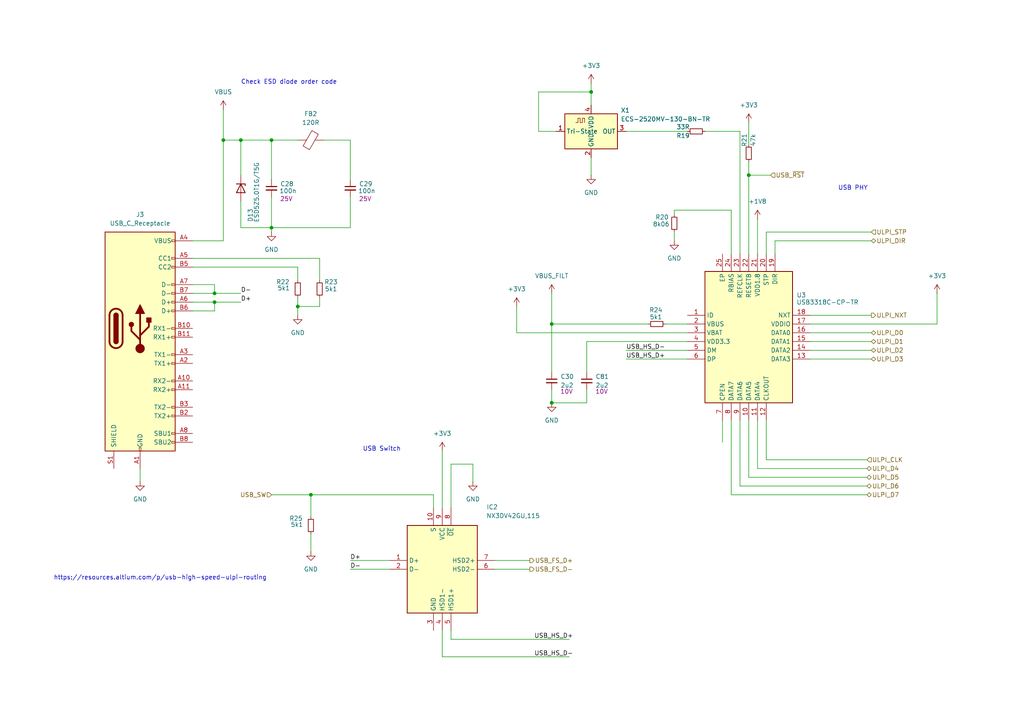
<source format=kicad_sch>
(kicad_sch (version 20231120) (generator "eeschema") (generator_version "8.0")
  (paper "A4")
  (lib_symbols
    (symbol "Chase_Analog_SW:NX3DV42GU,115"
      (property "Reference" "IC" (at 26.67 15.24 0))
      (property "Value" "NX3DV42GU,115" (at 26.67 12.7 0))
      (symbol "NX3DV42GU,115_1_1"
        (rectangle (start 5.08 10.16) (end 25.4 -15.24) (stroke (width 0.254)) (fill (type background)))
        (pin passive line (at 0 0 0) (length 5.08) (name "D+") (number "1"))
        (pin passive line (at 12.7 15.24 270) (length 5.08) (name "S") (number "10"))
        (pin passive line (at 0 -2.54 0) (length 5.08) (name "D-") (number "2"))
        (pin passive line (at 12.7 -20.32 90) (length 5.08) (name "GND") (number "3"))
        (pin passive line (at 15.24 -20.32 90) (length 5.08) (name "HSD1-") (number "4"))
        (pin passive line (at 17.78 -20.32 90) (length 5.08) (name "HSD1+") (number "5"))
        (pin passive line (at 30.48 -2.54 180) (length 5.08) (name "HSD2-") (number "6"))
        (pin passive line (at 30.48 0 180) (length 5.08) (name "HSD2+") (number "7"))
        (pin passive line (at 17.78 15.24 270) (length 5.08) (name "~{OE}") (number "8"))
        (pin passive line (at 15.24 15.24 270) (length 5.08) (name "VCC") (number "9"))
      )
    )
    (symbol "Chase_USB:USB3318C-CP-TR"
      (property "Reference" "U" (at 31.75 17.78 0))
      (property "Value" "USB3318C-CP-TR" (at 31.75 15.24 0))
      (symbol "USB3318C-CP-TR_1_1"
        (rectangle (start 5.08 12.7) (end 30.48 -25.4) (stroke (width 0.254)) (fill (type background)))
        (pin passive line (at 0 0 0) (length 5.08) (name "ID") (number "1"))
        (pin passive line (at 17.78 -30.48 90) (length 5.08) (name "DATA5") (number "10"))
        (pin passive line (at 20.32 -30.48 90) (length 5.08) (name "DATA4") (number "11"))
        (pin passive line (at 22.86 -30.48 90) (length 5.08) (name "CLKOUT") (number "12"))
        (pin passive line (at 35.56 -12.7 180) (length 5.08) (name "DATA3") (number "13"))
        (pin passive line (at 35.56 -10.16 180) (length 5.08) (name "DATA2") (number "14"))
        (pin passive line (at 35.56 -7.62 180) (length 5.08) (name "DATA1") (number "15"))
        (pin passive line (at 35.56 -5.08 180) (length 5.08) (name "DATA0") (number "16"))
        (pin passive line (at 35.56 -2.54 180) (length 5.08) (name "VDDIO") (number "17"))
        (pin passive line (at 35.56 0 180) (length 5.08) (name "NXT") (number "18"))
        (pin passive line (at 25.4 17.78 270) (length 5.08) (name "DIR") (number "19"))
        (pin passive line (at 0 -2.54 0) (length 5.08) (name "VBUS") (number "2"))
        (pin passive line (at 22.86 17.78 270) (length 5.08) (name "STP") (number "20"))
        (pin passive line (at 20.32 17.78 270) (length 5.08) (name "VDD1.8") (number "21"))
        (pin passive line (at 17.78 17.78 270) (length 5.08) (name "RESETB") (number "22"))
        (pin passive line (at 15.24 17.78 270) (length 5.08) (name "REFCLK") (number "23"))
        (pin passive line (at 12.7 17.78 270) (length 5.08) (name "RBIAS") (number "24"))
        (pin passive line (at 10.16 17.78 270) (length 5.08) (name "EP") (number "25"))
        (pin passive line (at 0 -5.08 0) (length 5.08) (name "VBAT") (number "3"))
        (pin passive line (at 0 -7.62 0) (length 5.08) (name "VDD3.3") (number "4"))
        (pin passive line (at 0 -10.16 0) (length 5.08) (name "DM") (number "5"))
        (pin passive line (at 0 -12.7 0) (length 5.08) (name "DP") (number "6"))
        (pin passive line (at 10.16 -30.48 90) (length 5.08) (name "CPEN") (number "7"))
        (pin passive line (at 12.7 -30.48 90) (length 5.08) (name "DATA7") (number "8"))
        (pin passive line (at 15.24 -30.48 90) (length 5.08) (name "DATA6") (number "9"))
      )
    )
    (symbol "Connector:USB_C_Receptacle" (pin_names (offset 1.016))
      (property "Reference" "J" (at -10.16 29.21 0))
      (property "Value" "USB_C_Receptacle" (at 10.16 29.21 0))
      (symbol "USB_C_Receptacle_0_0"
        (rectangle (start -0.254 -35.56) (end 0.254 -34.544))
        (rectangle (start 10.16 -32.766) (end 9.144 -33.274))
        (rectangle (start 10.16 -30.226) (end 9.144 -30.734))
        (rectangle (start 10.16 -25.146) (end 9.144 -25.654))
        (rectangle (start 10.16 -22.606) (end 9.144 -23.114))
        (rectangle (start 10.16 -17.526) (end 9.144 -18.034))
        (rectangle (start 10.16 -14.986) (end 9.144 -15.494))
        (rectangle (start 10.16 -9.906) (end 9.144 -10.414))
        (rectangle (start 10.16 -7.366) (end 9.144 -7.874))
        (rectangle (start 10.16 -2.286) (end 9.144 -2.794))
        (rectangle (start 10.16 0.254) (end 9.144 -0.254))
        (rectangle (start 10.16 5.334) (end 9.144 4.826))
        (rectangle (start 10.16 7.874) (end 9.144 7.366))
        (rectangle (start 10.16 10.414) (end 9.144 9.906))
        (rectangle (start 10.16 12.954) (end 9.144 12.446))
        (rectangle (start 10.16 18.034) (end 9.144 17.526))
        (rectangle (start 10.16 20.574) (end 9.144 20.066))
        (rectangle (start 10.16 25.654) (end 9.144 25.146))
      )
      (symbol "USB_C_Receptacle_0_1"
        (rectangle (start -10.16 27.94) (end 10.16 -35.56) (stroke (width 0.254)) (fill (type background)))
        (arc (start -8.89 -3.81) (mid -6.985 -5.7067) (end -5.08 -3.81) (stroke (width 0.508)))
        (arc (start -7.62 -3.81) (mid -6.985 -4.4423) (end -6.35 -3.81) (stroke (width 0.254)))
        (arc (start -7.62 -3.81) (mid -6.985 -4.4423) (end -6.35 -3.81) (stroke (width 0.254)) (fill (type outline)))
        (rectangle (start -7.62 -3.81) (end -6.35 3.81) (stroke (width 0.254)) (fill (type outline)))
        (arc (start -6.35 3.81) (mid -6.985 4.4423) (end -7.62 3.81) (stroke (width 0.254)))
        (arc (start -6.35 3.81) (mid -6.985 4.4423) (end -7.62 3.81) (stroke (width 0.254)) (fill (type outline)))
        (arc (start -5.08 3.81) (mid -6.985 5.7067) (end -8.89 3.81) (stroke (width 0.508)))
        (polyline (pts (xy -8.89 -3.81) (xy -8.89 3.81)) (stroke (width 0.508)))
        (polyline (pts (xy -5.08 3.81) (xy -5.08 -3.81)) (stroke (width 0.508)))
      )
      (symbol "USB_C_Receptacle_1_1"
        (circle (center -2.54 1.143) (radius 0.635) (stroke (width 0.254)) (fill (type outline)))
        (circle (center 0 -5.842) (radius 1.27) (fill (type outline)))
        (polyline (pts (xy 0 -5.842) (xy 0 4.318)) (stroke (width 0.508)))
        (polyline (pts (xy 0 -3.302) (xy -2.54 -0.762) (xy -2.54 0.508)) (stroke (width 0.508)))
        (polyline (pts (xy 0 -2.032) (xy 2.54 0.508) (xy 2.54 1.778)) (stroke (width 0.508)))
        (polyline (pts (xy -1.27 4.318) (xy 0 6.858) (xy 1.27 4.318) (xy -1.27 4.318)) (stroke (width 0.254)) (fill (type outline)))
        (rectangle (start 1.905 1.778) (end 3.175 3.048) (stroke (width 0.254)) (fill (type outline)))
        (pin passive line (at 0 -40.64 90) (length 5.08) (name "GND") (number "A1"))
        (pin bidirectional line (at 15.24 -15.24 180) (length 5.08) (name "RX2-") (number "A10"))
        (pin bidirectional line (at 15.24 -17.78 180) (length 5.08) (name "RX2+") (number "A11"))
        (pin passive line (at 0 -40.64 90) (length 5.08) hide (name "GND") (number "A12"))
        (pin bidirectional line (at 15.24 -10.16 180) (length 5.08) (name "TX1+") (number "A2"))
        (pin bidirectional line (at 15.24 -7.62 180) (length 5.08) (name "TX1-") (number "A3"))
        (pin passive line (at 15.24 25.4 180) (length 5.08) (name "VBUS") (number "A4"))
        (pin bidirectional line (at 15.24 20.32 180) (length 5.08) (name "CC1") (number "A5"))
        (pin bidirectional line (at 15.24 7.62 180) (length 5.08) (name "D+") (number "A6"))
        (pin bidirectional line (at 15.24 12.7 180) (length 5.08) (name "D-") (number "A7"))
        (pin bidirectional line (at 15.24 -30.48 180) (length 5.08) (name "SBU1") (number "A8"))
        (pin passive line (at 15.24 25.4 180) (length 5.08) hide (name "VBUS") (number "A9"))
        (pin passive line (at 0 -40.64 90) (length 5.08) hide (name "GND") (number "B1"))
        (pin bidirectional line (at 15.24 0 180) (length 5.08) (name "RX1-") (number "B10"))
        (pin bidirectional line (at 15.24 -2.54 180) (length 5.08) (name "RX1+") (number "B11"))
        (pin passive line (at 0 -40.64 90) (length 5.08) hide (name "GND") (number "B12"))
        (pin bidirectional line (at 15.24 -25.4 180) (length 5.08) (name "TX2+") (number "B2"))
        (pin bidirectional line (at 15.24 -22.86 180) (length 5.08) (name "TX2-") (number "B3"))
        (pin passive line (at 15.24 25.4 180) (length 5.08) hide (name "VBUS") (number "B4"))
        (pin bidirectional line (at 15.24 17.78 180) (length 5.08) (name "CC2") (number "B5"))
        (pin bidirectional line (at 15.24 5.08 180) (length 5.08) (name "D+") (number "B6"))
        (pin bidirectional line (at 15.24 10.16 180) (length 5.08) (name "D-") (number "B7"))
        (pin bidirectional line (at 15.24 -33.02 180) (length 5.08) (name "SBU2") (number "B8"))
        (pin passive line (at 15.24 25.4 180) (length 5.08) hide (name "VBUS") (number "B9"))
        (pin passive line (at -7.62 -40.64 90) (length 5.08) (name "SHIELD") (number "S1"))
      )
    )
    (symbol "Device:C_Small" (pin_numbers hide) (pin_names (offset 0.254) hide)
      (property "Reference" "C" (at 0.254 1.778 0))
      (property "Value" "C_Small" (at 0.254 -2.032 0))
      (symbol "C_Small_0_1"
        (polyline (pts (xy -1.524 -0.508) (xy 1.524 -0.508)) (stroke (width 0.3302)))
        (polyline (pts (xy -1.524 0.508) (xy 1.524 0.508)) (stroke (width 0.3048)))
      )
      (symbol "C_Small_1_1"
        (pin passive line (at 0 2.54 270) (length 2.032) (name "~") (number "1"))
        (pin passive line (at 0 -2.54 90) (length 2.032) (name "~") (number "2"))
      )
    )
    (symbol "Device:FerriteBead" (pin_numbers hide) (pin_names (offset 0))
      (property "Reference" "FB" (at -3.81 0.635 90))
      (property "Value" "FerriteBead" (at 3.81 0 90))
      (symbol "FerriteBead_0_1"
        (polyline (pts (xy 0 -1.27) (xy 0 -1.2192)))
        (polyline (pts (xy 0 1.27) (xy 0 1.2954)))
        (polyline (pts (xy -2.7686 0.4064) (xy -1.7018 2.2606) (xy 2.7686 -0.3048) (xy 1.6764 -2.159) (xy -2.7686 0.4064)))
      )
      (symbol "FerriteBead_1_1"
        (pin passive line (at 0 3.81 270) (length 2.54) (name "~") (number "1"))
        (pin passive line (at 0 -3.81 90) (length 2.54) (name "~") (number "2"))
      )
    )
    (symbol "Device:R_Small" (pin_numbers hide) (pin_names (offset 0.254) hide)
      (property "Reference" "R" (at 0.762 0.508 0))
      (property "Value" "R_Small" (at 0.762 -1.016 0))
      (symbol "R_Small_0_1"
        (rectangle (start -0.762 1.778) (end 0.762 -1.778) (stroke (width 0.2032)))
      )
      (symbol "R_Small_1_1"
        (pin passive line (at 0 2.54 270) (length 0.762) (name "~") (number "1"))
        (pin passive line (at 0 -2.54 90) (length 0.762) (name "~") (number "2"))
      )
    )
    (symbol "Diode:ESD5Zxx" (pin_numbers hide) (pin_names hide)
      (property "Reference" "D" (at 0 2.54 0))
      (property "Value" "ESD5Zxx" (at 0 -2.54 0))
      (symbol "ESD5Zxx_0_1"
        (polyline (pts (xy 1.27 0) (xy -1.27 0)))
        (polyline (pts (xy -1.27 -1.27) (xy -1.27 1.27) (xy -0.762 1.27)) (stroke (width 0.254)))
        (polyline (pts (xy 1.27 -1.27) (xy 1.27 1.27) (xy -1.27 0) (xy 1.27 -1.27)) (stroke (width 0.254)))
      )
      (symbol "ESD5Zxx_1_1"
        (pin passive line (at -3.81 0 0) (length 2.54) (name "K") (number "1"))
        (pin passive line (at 3.81 0 180) (length 2.54) (name "A") (number "2"))
      )
    )
    (symbol "Oscillator:ECS-2520MV-xxx-xx"
      (property "Reference" "X" (at -5.08 6.35 0))
      (property "Value" "ECS-2520MV-xxx-xx" (at 1.27 -6.35 0))
      (symbol "ECS-2520MV-xxx-xx_0_1"
        (rectangle (start -7.62 5.08) (end 7.62 -5.08) (stroke (width 0.254)) (fill (type background)))
        (polyline (pts (xy -4.445 2.54) (xy -3.81 2.54) (xy -3.81 3.81) (xy -3.175 3.81) (xy -3.175 2.54) (xy -2.54 2.54) (xy -2.54 3.81) (xy -1.905 3.81) (xy -1.905 2.54)))
      )
      (symbol "ECS-2520MV-xxx-xx_1_1"
        (pin input line (at -10.16 0 0) (length 2.54) (name "Tri-State") (number "1"))
        (pin power_in line (at 0 -7.62 90) (length 2.54) (name "GND") (number "2"))
        (pin output line (at 10.16 0 180) (length 2.54) (name "OUT") (number "3"))
        (pin power_in line (at 0 7.62 270) (length 2.54) (name "VDD") (number "4"))
      )
    )
    (symbol "power:+1V8" (power) (pin_numbers hide) (pin_names (offset 0) hide)
      (property "Value" "+1V8" (at 0 3.556 0))
      (symbol "+1V8_0_1"
        (polyline (pts (xy -0.762 1.27) (xy 0 2.54)))
        (polyline (pts (xy 0 0) (xy 0 2.54)))
        (polyline (pts (xy 0 2.54) (xy 0.762 1.27)))
      )
      (symbol "+1V8_1_1"
        (pin power_in line (at 0 0 90) (length 0) (name "~") (number "1"))
      )
    )
    (symbol "power:+3V3" (power) (pin_numbers hide) (pin_names (offset 0) hide)
      (property "Value" "+3V3" (at 0 3.556 0))
      (symbol "+3V3_0_1"
        (polyline (pts (xy -0.762 1.27) (xy 0 2.54)))
        (polyline (pts (xy 0 0) (xy 0 2.54)))
        (polyline (pts (xy 0 2.54) (xy 0.762 1.27)))
      )
      (symbol "+3V3_1_1"
        (pin power_in line (at 0 0 90) (length 0) (name "~") (number "1"))
      )
    )
    (symbol "power:GND" (power) (pin_numbers hide) (pin_names (offset 0) hide)
      (property "Value" "GND" (at 0 -3.81 0))
      (symbol "GND_0_1"
        (polyline (pts (xy 0 0) (xy 0 -1.27) (xy 1.27 -1.27) (xy 0 -2.54) (xy -1.27 -1.27) (xy 0 -1.27)))
      )
      (symbol "GND_1_1"
        (pin power_in line (at 0 0 270) (length 0) (name "~") (number "1"))
      )
    )
    (symbol "power:VBUS" (power) (pin_numbers hide) (pin_names (offset 0) hide)
      (property "Value" "VBUS" (at 0 3.556 0))
      (symbol "VBUS_0_1"
        (polyline (pts (xy -0.762 1.27) (xy 0 2.54)))
        (polyline (pts (xy 0 0) (xy 0 2.54)))
        (polyline (pts (xy 0 2.54) (xy 0.762 1.27)))
      )
      (symbol "VBUS_1_1"
        (pin power_in line (at 0 0 90) (length 0) (name "~") (number "1"))
      )
    )
  )
  (junction (at 160.02 116.84))
  (junction (at 62.23 85.09))
  (junction (at 86.36 88.9))
  (junction (at 78.74 66.04))
  (junction (at 62.23 87.63))
  (junction (at 217.17 50.8))
  (junction (at 171.45 26.67))
  (junction (at 69.85 40.64))
  (junction (at 78.74 40.64))
  (junction (at 90.17 143.51))
  (junction (at 160.02 93.98))
  (junction (at 64.77 40.64))
  (wire (pts (xy 156.21 26.67) (xy 171.45 26.67)))
  (wire (pts (xy 69.85 40.64) (xy 78.74 40.64)))
  (wire (pts (xy 171.45 45.72) (xy 171.45 50.8)))
  (wire (pts (xy 62.23 87.63) (xy 69.85 87.63)))
  (wire (pts (xy 93.98 40.64) (xy 101.6 40.64)))
  (wire (pts (xy 212.09 73.66) (xy 212.09 60.96)))
  (wire (pts (xy 171.45 26.67) (xy 171.45 30.48)))
  (wire (pts (xy 171.45 24.13) (xy 171.45 26.67)))
  (wire (pts (xy 92.71 86.36) (xy 92.71 88.9)))
  (wire (pts (xy 217.17 138.43) (xy 251.46 138.43)))
  (wire (pts (xy 214.63 73.66) (xy 214.63 38.1)))
  (wire (pts (xy 271.78 93.98) (xy 271.78 85.09)))
  (wire (pts (xy 62.23 82.55) (xy 62.23 85.09)))
  (wire (pts (xy 199.39 99.06) (xy 170.18 99.06)))
  (wire (pts (xy 199.39 38.1) (xy 181.61 38.1)))
  (wire (pts (xy 128.27 190.5) (xy 165.1 190.5)))
  (wire (pts (xy 195.58 67.31) (xy 195.58 69.85)))
  (wire (pts (xy 69.85 66.04) (xy 78.74 66.04)))
  (wire (pts (xy 217.17 121.92) (xy 217.17 138.43)))
  (wire (pts (xy 78.74 66.04) (xy 78.74 67.31)))
  (wire (pts (xy 69.85 58.42) (xy 69.85 66.04)))
  (wire (pts (xy 128.27 130.81) (xy 128.27 147.32)))
  (wire (pts (xy 130.81 147.32) (xy 130.81 134.62)))
  (wire (pts (xy 86.36 40.64) (xy 78.74 40.64)))
  (wire (pts (xy 90.17 143.51) (xy 125.73 143.51)))
  (wire (pts (xy 160.02 93.98) (xy 187.96 93.98)))
  (wire (pts (xy 90.17 154.94) (xy 90.17 160.02)))
  (wire (pts (xy 170.18 116.84) (xy 160.02 116.84)))
  (wire (pts (xy 170.18 113.03) (xy 170.18 116.84)))
  (wire (pts (xy 170.18 99.06) (xy 170.18 107.95)))
  (wire (pts (xy 209.55 121.92) (xy 209.55 128.27)))
  (wire (pts (xy 90.17 143.51) (xy 90.17 149.86)))
  (wire (pts (xy 217.17 35.56) (xy 217.17 41.91)))
  (wire (pts (xy 224.79 69.85) (xy 252.73 69.85)))
  (wire (pts (xy 219.71 63.5) (xy 219.71 73.66)))
  (wire (pts (xy 217.17 46.99) (xy 217.17 50.8)))
  (wire (pts (xy 69.85 40.64) (xy 69.85 50.8)))
  (wire (pts (xy 217.17 50.8) (xy 223.52 50.8)))
  (wire (pts (xy 64.77 31.75) (xy 64.77 40.64)))
  (wire (pts (xy 195.58 60.96) (xy 195.58 62.23)))
  (wire (pts (xy 222.25 121.92) (xy 222.25 133.35)))
  (wire (pts (xy 143.51 165.1) (xy 153.67 165.1)))
  (wire (pts (xy 78.74 143.51) (xy 90.17 143.51)))
  (wire (pts (xy 130.81 182.88) (xy 130.81 185.42)))
  (wire (pts (xy 234.95 93.98) (xy 271.78 93.98)))
  (wire (pts (xy 101.6 162.56) (xy 113.03 162.56)))
  (wire (pts (xy 55.88 85.09) (xy 62.23 85.09)))
  (wire (pts (xy 234.95 101.6) (xy 252.73 101.6)))
  (wire (pts (xy 64.77 40.64) (xy 64.77 69.85)))
  (wire (pts (xy 101.6 40.64) (xy 101.6 52.07)))
  (wire (pts (xy 101.6 66.04) (xy 78.74 66.04)))
  (wire (pts (xy 217.17 50.8) (xy 217.17 73.66)))
  (wire (pts (xy 92.71 88.9) (xy 86.36 88.9)))
  (wire (pts (xy 40.64 135.89) (xy 40.64 139.7)))
  (wire (pts (xy 55.88 82.55) (xy 62.23 82.55)))
  (wire (pts (xy 78.74 40.64) (xy 78.74 52.07)))
  (wire (pts (xy 219.71 135.89) (xy 251.46 135.89)))
  (wire (pts (xy 214.63 140.97) (xy 251.46 140.97)))
  (wire (pts (xy 130.81 134.62) (xy 137.16 134.62)))
  (wire (pts (xy 212.09 60.96) (xy 195.58 60.96)))
  (wire (pts (xy 156.21 38.1) (xy 156.21 26.67)))
  (wire (pts (xy 214.63 121.92) (xy 214.63 140.97)))
  (wire (pts (xy 161.29 38.1) (xy 156.21 38.1)))
  (wire (pts (xy 143.51 162.56) (xy 153.67 162.56)))
  (wire (pts (xy 55.88 74.93) (xy 92.71 74.93)))
  (wire (pts (xy 214.63 38.1) (xy 204.47 38.1)))
  (wire (pts (xy 181.61 104.14) (xy 199.39 104.14)))
  (wire (pts (xy 222.25 133.35) (xy 251.46 133.35)))
  (wire (pts (xy 212.09 121.92) (xy 212.09 143.51)))
  (wire (pts (xy 101.6 57.15) (xy 101.6 66.04)))
  (wire (pts (xy 128.27 182.88) (xy 128.27 190.5)))
  (wire (pts (xy 125.73 147.32) (xy 125.73 143.51)))
  (wire (pts (xy 86.36 77.47) (xy 86.36 81.28)))
  (wire (pts (xy 62.23 87.63) (xy 62.23 90.17)))
  (wire (pts (xy 86.36 88.9) (xy 86.36 91.44)))
  (wire (pts (xy 92.71 74.93) (xy 92.71 81.28)))
  (wire (pts (xy 55.88 90.17) (xy 62.23 90.17)))
  (wire (pts (xy 64.77 40.64) (xy 69.85 40.64)))
  (wire (pts (xy 86.36 86.36) (xy 86.36 88.9)))
  (wire (pts (xy 130.81 185.42) (xy 165.1 185.42)))
  (wire (pts (xy 149.86 96.52) (xy 199.39 96.52)))
  (wire (pts (xy 234.95 99.06) (xy 252.73 99.06)))
  (wire (pts (xy 101.6 165.1) (xy 113.03 165.1)))
  (wire (pts (xy 224.79 73.66) (xy 224.79 69.85)))
  (wire (pts (xy 62.23 85.09) (xy 69.85 85.09)))
  (wire (pts (xy 149.86 96.52) (xy 149.86 88.9)))
  (wire (pts (xy 193.04 93.98) (xy 199.39 93.98)))
  (wire (pts (xy 222.25 67.31) (xy 252.73 67.31)))
  (wire (pts (xy 212.09 143.51) (xy 251.46 143.51)))
  (wire (pts (xy 137.16 134.62) (xy 137.16 139.7)))
  (wire (pts (xy 78.74 57.15) (xy 78.74 66.04)))
  (wire (pts (xy 64.77 69.85) (xy 55.88 69.85)))
  (wire (pts (xy 55.88 77.47) (xy 86.36 77.47)))
  (wire (pts (xy 234.95 104.14) (xy 252.73 104.14)))
  (wire (pts (xy 160.02 85.09) (xy 160.02 93.98)))
  (wire (pts (xy 160.02 107.95) (xy 160.02 93.98)))
  (wire (pts (xy 160.02 113.03) (xy 160.02 116.84)))
  (wire (pts (xy 222.25 73.66) (xy 222.25 67.31)))
  (wire (pts (xy 234.95 91.44) (xy 252.73 91.44)))
  (wire (pts (xy 181.61 101.6) (xy 199.39 101.6)))
  (wire (pts (xy 219.71 121.92) (xy 219.71 135.89)))
  (wire (pts (xy 55.88 87.63) (xy 62.23 87.63)))
  (wire (pts (xy 234.95 96.52) (xy 252.73 96.52)))
  (text "https://resources.altium.com/p/usb-high-speed-ulpi-routing" (at 46.482 167.64 0) (effects (font (size 1.27 1.27))))
  (text "Check ESD diode order code\n" (at 83.82 23.876 0) (effects (font (size 1.27 1.27))))
  (text "USB Switch" (at 110.744 130.302 0) (effects (font (size 1.27 1.27))))
  (text "USB PHY" (at 247.396 54.61 0) (effects (font (size 1.27 1.27))))
  (label "USB_HS_D+" (at 154.94 185.42 0))
  (label "D-" (at 69.85 85.09 0))
  (label "USB_HS_D-" (at 154.94 190.5 0))
  (label "USB_HS_D-" (at 181.61 101.6 0))
  (label "D-" (at 101.6 165.1 0))
  (label "D+" (at 69.85 87.63 0))
  (label "USB_HS_D+" (at 181.61 104.14 0))
  (label "D+" (at 101.6 162.56 0))
  (hierarchical_label "USB_SW" (shape input) (at 78.74 143.51 180))
  (hierarchical_label "USB_FS_D-" (shape output) (at 153.67 165.1 0))
  (hierarchical_label "ULPI_D1" (shape bidirectional) (at 252.73 99.06 0))
  (hierarchical_label "ULPI_D4" (shape bidirectional) (at 251.46 135.89 0))
  (hierarchical_label "ULPI_D5" (shape bidirectional) (at 251.46 138.43 0))
  (hierarchical_label "USB_~{RST}" (shape input) (at 223.52 50.8 0))
  (hierarchical_label "ULPI_D2" (shape bidirectional) (at 252.73 101.6 0))
  (hierarchical_label "ULPI_D0" (shape bidirectional) (at 252.73 96.52 0))
  (hierarchical_label "ULPI_D7" (shape bidirectional) (at 251.46 143.51 0))
  (hierarchical_label "ULPI_D3" (shape bidirectional) (at 252.73 104.14 0))
  (hierarchical_label "USB_FS_D+" (shape output) (at 153.67 162.56 0))
  (hierarchical_label "ULPI_CLK" (shape input) (at 251.46 133.35 0))
  (hierarchical_label "ULPI_NXT" (shape output) (at 252.73 91.44 0))
  (hierarchical_label "ULPI_D6" (shape bidirectional) (at 251.46 140.97 0))
  (hierarchical_label "ULPI_DIR" (shape bidirectional) (at 252.73 69.85 0))
  (hierarchical_label "ULPI_STP" (shape input) (at 252.73 67.31 0))
  (symbol (lib_id "Device:C_Small") (at 78.74 54.61 0) (unit 1)
    (property "Reference" "C28" (at 81.28 53.3462 0) (effects (justify left)))
    (property "Value" "100n" (at 81.026 55.372 0) (effects (justify left)))
    (property "Footprint" "Capacitor_SMD:C_0402_1005Metric" (effects (hide yes)))
    (property "Description" "Unpolarized capacitor, small symbol" (effects (hide yes)))
    (property "MPN" "MBAST105SB7104KFNA01" (effects (hide yes)))
    (property "MF" "TAIYO YUDEN " (effects (hide yes)))
    (property "OC_MOUSER" "963-BAST105SB7104KF" (effects (hide yes)))
    (property "Voltage" "25V" (at 83.058 57.658 0))
  )
  (symbol (lib_id "power:+3V3") (at 271.78 85.09 0) (unit 1)
    (property "Reference" "#PWR042" (effects (hide yes)))
    (property "Value" "+3V3" (at 271.78 80.01 0))
    (property "Description" "Power symbol creates a global label with name \"+3V3\"" (effects (hide yes)))
  )
  (symbol (lib_id "Diode:ESD5Zxx") (at 69.85 54.61 270) (unit 1)
    (property "Reference" "D13" (at 72.644 60.452 0) (effects (justify left)))
    (property "Value" "ESD5Z5.0T1G/T5G" (at 74.422 46.99 0) (effects (justify left)))
    (property "Footprint" "Diode_SMD:D_SOD-523" (effects (hide yes)))
    (property "Datasheet" "https://www.onsemi.com/pdf/datasheet/esd5z2.5t1-d.pdf" (effects (hide yes)))
    (property "Description" "ESD Protection Diode, SOD-523" (effects (hide yes)))
  )
  (symbol (lib_id "power:+1V8") (at 219.71 63.5 0) (unit 1)
    (property "Reference" "#PWR036" (effects (hide yes)))
    (property "Value" "+1V8" (at 219.71 58.42 0))
    (property "Description" "Power symbol creates a global label with name \"+1V8\"" (effects (hide yes)))
  )
  (symbol (lib_id "power:GND") (at 195.58 69.85 0) (unit 1)
    (property "Reference" "#PWR040" (effects (hide yes)))
    (property "Value" "GND" (at 195.58 74.93 0))
    (property "Description" "Power symbol creates a global label with name \"GND\" , ground" (effects (hide yes)))
  )
  (symbol (lib_id "power:+3V3") (at 149.86 88.9 0) (unit 1)
    (property "Reference" "#PWR044" (effects (hide yes)))
    (property "Value" "+3V3" (at 149.86 83.82 0))
    (property "Description" "Power symbol creates a global label with name \"+3V3\"" (effects (hide yes)))
  )
  (symbol (lib_id "power:GND") (at 160.02 116.84 0) (unit 1)
    (property "Reference" "#PWR045" (effects (hide yes)))
    (property "Value" "GND" (at 160.02 121.92 0))
    (property "Description" "Power symbol creates a global label with name \"GND\" , ground" (effects (hide yes)))
  )
  (symbol (lib_id "Device:R_Small") (at 201.93 38.1 270) (unit 1)
    (property "Reference" "R19" (at 198.12 39.37 90))
    (property "Value" "33R" (at 198.12 36.83 90))
    (property "Footprint" "Resistor_SMD:R_0402_1005Metric_Pad0.72x0.64mm_HandSolder" (effects (hide yes)))
    (property "Description" "Resistor, small symbol" (effects (hide yes)))
  )
  (symbol (lib_id "Chase_USB:USB3318C-CP-TR") (at 199.39 91.44 0) (unit 1)
    (property "Reference" "U3" (at 232.41 85.598 0))
    (property "Value" "USB3318C-CP-TR" (at 240.03 87.6614 0))
    (property "Datasheet" "http://www.microchip.com/mymicrochip/filehandler.aspx?ddocname=en562029" (effects (hide yes)))
    (property "Description" "MICROCHIP - USB3318C-CP-TR - USB TRANSCEIVER, QFN-24" (effects (hide yes)))
    (property "Height" "1" (effects (hide yes)))
    (property "Mouser Part Number" "886-USB3318C-CP-TR" (effects (hide yes)))
    (property "Mouser Price/Stock" "https://www.mouser.co.uk/ProductDetail/Microchip-Technology/USB3318C-CP-TR?qs=pA5MXup5wxEqKRd0j%252Bo%252BXA%3D%3D" (effects (hide yes)))
    (property "Manufacturer_Name" "Microchip" (effects (hide yes)))
    (property "Manufacturer_Part_Number" "USB3318C-CP-TR" (effects (hide yes)))
  )
  (symbol (lib_id "Connector:USB_C_Receptacle") (at 40.64 95.25 0) (unit 1)
    (property "Reference" "J3" (at 40.64 62.23 0))
    (property "Value" "USB_C_Receptacle" (at 40.64 64.77 0))
    (property "Footprint" "Connector_USB:USB_C_Receptacle_Molex_105450-0101" (effects (hide yes)))
    (property "Datasheet" "https://www.usb.org/sites/default/files/documents/usb_type-c.zip" (effects (hide yes)))
    (property "Description" "USB Full-Featured Type-C Receptacle connector" (effects (hide yes)))
  )
  (symbol (lib_id "Device:R_Small") (at 195.58 64.77 180) (unit 1)
    (property "Reference" "R20" (at 192.024 62.992 0))
    (property "Value" "8k06" (at 191.77 65.024 0))
    (property "Footprint" "Resistor_SMD:R_0402_1005Metric_Pad0.72x0.64mm_HandSolder" (effects (hide yes)))
    (property "Description" "Resistor, small symbol" (effects (hide yes)))
  )
  (symbol (lib_id "Device:C_Small") (at 160.02 110.49 0) (unit 1)
    (property "Reference" "C30" (at 162.56 109.2262 0) (effects (justify left)))
    (property "Value" "2u2" (at 162.56 111.7662 0) (effects (justify left)))
    (property "Footprint" "Capacitor_SMD:C_0402_1005Metric" (effects (hide yes)))
    (property "Description" "Unpolarized capacitor, small symbol" (effects (hide yes)))
    (property "MPN" "GRM155Z71A225KE01D " (effects (hide yes)))
    (property "MF" "Murata Electronics " (effects (hide yes)))
    (property "OC_MOUSER" "81-GRM155Z71A225KE1D" (effects (hide yes)))
    (property "Voltage" "10V" (at 164.338 113.538 0))
  )
  (symbol (lib_id "Device:R_Small") (at 217.17 44.45 180) (unit 1)
    (property "Reference" "R21" (at 215.9 40.64 90))
    (property "Value" "47k" (at 218.44 40.64 90))
    (property "Footprint" "Resistor_SMD:R_0402_1005Metric_Pad0.72x0.64mm_HandSolder" (effects (hide yes)))
    (property "Description" "Resistor, small symbol" (effects (hide yes)))
  )
  (symbol (lib_id "Device:R_Small") (at 90.17 152.4 180) (unit 1)
    (property "Reference" "R25" (at 85.852 150.368 0))
    (property "Value" "5k1" (at 86.106 152.146 0))
    (property "Footprint" "Resistor_SMD:R_0402_1005Metric_Pad0.72x0.64mm_HandSolder" (effects (hide yes)))
    (property "Description" "Resistor, small symbol" (effects (hide yes)))
  )
  (symbol (lib_id "power:GND") (at 78.74 67.31 0) (unit 1)
    (property "Reference" "#PWR039" (effects (hide yes)))
    (property "Value" "GND" (at 78.74 72.39 0))
    (property "Description" "Power symbol creates a global label with name \"GND\" , ground" (effects (hide yes)))
  )
  (symbol (lib_id "Device:FerriteBead") (at 90.17 40.64 90) (unit 1)
    (property "Reference" "FB2" (at 90.1192 33.02 90))
    (property "Value" "120R" (at 90.1192 35.56 90))
    (property "Footprint" "Inductor_SMD:L_0603_1608Metric" (effects (hide yes)))
    (property "Description" "Ferrite bead" (effects (hide yes)))
    (property "MF" "Murata Electronics " (effects (hide yes)))
    (property "MPN" "BLM18KG121TN1D " (effects (hide yes)))
    (property "OC_MOUSER" "81-BLM18KG121TN1D" (effects (hide yes)))
  )
  (symbol (lib_id "power:+3V3") (at 217.17 35.56 0) (unit 1)
    (property "Reference" "#PWR038" (effects (hide yes)))
    (property "Value" "+3V3" (at 217.17 30.48 0))
    (property "Description" "Power symbol creates a global label with name \"+3V3\"" (effects (hide yes)))
  )
  (symbol (lib_id "power:GND") (at 137.16 139.7 0) (unit 1)
    (property "Reference" "#PWR048" (effects (hide yes)))
    (property "Value" "GND" (at 137.16 144.78 0))
    (property "Description" "Power symbol creates a global label with name \"GND\" , ground" (effects (hide yes)))
  )
  (symbol (lib_id "power:VBUS") (at 160.02 85.09 0) (unit 1)
    (property "Reference" "#PWR041" (effects (hide yes)))
    (property "Value" "VBUS_FILT" (at 160.02 80.01 0))
    (property "Description" "Power symbol creates a global label with name \"VBUS\"" (effects (hide yes)))
  )
  (symbol (lib_id "power:GND") (at 40.64 139.7 0) (unit 1)
    (property "Reference" "#PWR047" (effects (hide yes)))
    (property "Value" "GND" (at 40.64 144.78 0))
    (property "Description" "Power symbol creates a global label with name \"GND\" , ground" (effects (hide yes)))
  )
  (symbol (lib_id "power:VBUS") (at 64.77 31.75 0) (unit 1)
    (property "Reference" "#PWR035" (effects (hide yes)))
    (property "Value" "VBUS" (at 64.77 26.67 0))
    (property "Description" "Power symbol creates a global label with name \"VBUS\"" (effects (hide yes)))
  )
  (symbol (lib_id "Device:R_Small") (at 92.71 83.82 180) (unit 1)
    (property "Reference" "R23" (at 96.012 81.788 0))
    (property "Value" "5k1" (at 96.012 83.82 0))
    (property "Footprint" "Resistor_SMD:R_0402_1005Metric_Pad0.72x0.64mm_HandSolder" (effects (hide yes)))
    (property "Description" "Resistor, small symbol" (effects (hide yes)))
  )
  (symbol (lib_id "Device:C_Small") (at 101.6 54.61 0) (unit 1)
    (property "Reference" "C29" (at 104.14 53.3462 0) (effects (justify left)))
    (property "Value" "100n" (at 103.886 55.372 0) (effects (justify left)))
    (property "Footprint" "Capacitor_SMD:C_0402_1005Metric" (effects (hide yes)))
    (property "Description" "Unpolarized capacitor, small symbol" (effects (hide yes)))
    (property "MPN" "MBAST105SB7104KFNA01" (effects (hide yes)))
    (property "MF" "TAIYO YUDEN " (effects (hide yes)))
    (property "OC_MOUSER" "963-BAST105SB7104KF" (effects (hide yes)))
    (property "Voltage" "25V" (at 105.918 57.658 0))
  )
  (symbol (lib_id "Oscillator:ECS-2520MV-xxx-xx") (at 171.45 38.1 0) (unit 1)
    (property "Reference" "X1" (at 181.356 32.004 0))
    (property "Value" "ECS-2520MV-130-BN-TR" (at 193.04 34.544 0))
    (property "Footprint" "Oscillator:Oscillator_SMD_ECS_2520MV-xxx-xx-4Pin_2.5x2.0mm" (effects (hide yes)))
    (property "Datasheet" "https://www.ecsxtal.com/store/pdf/ECS-2520MV.pdf" (effects (hide yes)))
    (property "Description" "HCMOS Crystal Clock Oscillator, 2.5x2.0 mm SMD" (effects (hide yes)))
  )
  (symbol (lib_id "Device:R_Small") (at 86.36 83.82 180) (unit 1)
    (property "Reference" "R22" (at 82.042 81.788 0))
    (property "Value" "5k1" (at 82.296 83.566 0))
    (property "Footprint" "Resistor_SMD:R_0402_1005Metric_Pad0.72x0.64mm_HandSolder" (effects (hide yes)))
    (property "Description" "Resistor, small symbol" (effects (hide yes)))
  )
  (symbol (lib_id "Device:R_Small") (at 190.5 93.98 270) (unit 1)
    (property "Reference" "R24" (at 190.246 89.916 90))
    (property "Value" "5k1" (at 190.246 91.948 90))
    (property "Footprint" "Resistor_SMD:R_0402_1005Metric_Pad0.72x0.64mm_HandSolder" (effects (hide yes)))
    (property "Description" "Resistor, small symbol" (effects (hide yes)))
  )
  (symbol (lib_id "Device:C_Small") (at 170.18 110.49 0) (unit 1)
    (property "Reference" "C81" (at 172.72 109.2262 0) (effects (justify left)))
    (property "Value" "2u2" (at 172.72 111.7662 0) (effects (justify left)))
    (property "Description" "Unpolarized capacitor, small symbol" (effects (hide yes)))
    (property "MPN" "GRM155Z71A225KE01D " (effects (hide yes)))
    (property "MF" "Murata Electronics " (effects (hide yes)))
    (property "OC_MOUSER" "81-GRM155Z71A225KE1D" (effects (hide yes)))
    (property "Voltage" "10V" (at 174.498 113.538 0))
  )
  (symbol (lib_id "power:+3V3") (at 128.27 130.81 0) (unit 1)
    (property "Reference" "#PWR046" (effects (hide yes)))
    (property "Value" "+3V3" (at 128.27 125.73 0))
    (property "Description" "Power symbol creates a global label with name \"+3V3\"" (effects (hide yes)))
  )
  (symbol (lib_id "power:GND") (at 86.36 91.44 0) (unit 1)
    (property "Reference" "#PWR043" (effects (hide yes)))
    (property "Value" "GND" (at 86.36 96.52 0))
    (property "Description" "Power symbol creates a global label with name \"GND\" , ground" (effects (hide yes)))
  )
  (symbol (lib_id "power:+3V3") (at 171.45 24.13 0) (unit 1)
    (property "Reference" "#PWR034" (effects (hide yes)))
    (property "Value" "+3V3" (at 171.45 19.05 0))
    (property "Description" "Power symbol creates a global label with name \"+3V3\"" (effects (hide yes)))
  )
  (symbol (lib_id "Chase_Analog_SW:NX3DV42GU,115") (at 113.03 162.56 0) (unit 1)
    (property "Reference" "IC2" (at 142.748 147.066 0))
    (property "Value" "NX3DV42GU,115" (at 148.844 149.606 0))
    (property "Datasheet" "http://www.nxp.com/docs/en/data-sheet/NX3DV42.pdf" (effects (hide yes)))
    (property "Description" "USB Switch ICs NX3DV42GU/XQFN10///REEL 7 Q1/T1 *STANDARD MARK SM" (effects (hide yes)))
    (property "Height" "0.5" (effects (hide yes)))
    (property "Mouser Part Number" "771-NX3DV42GU115" (effects (hide yes)))
    (property "Mouser Price/Stock" "https://www.mouser.co.uk/ProductDetail/NXP-Semiconductors/NX3DV42GU115?qs=cbprxTG2Yq%252BinzuyAklGVQ%3D%3D" (effects (hide yes)))
    (property "Manufacturer_Name" "NXP" (effects (hide yes)))
    (property "Manufacturer_Part_Number" "NX3DV42GU,115" (effects (hide yes)))
  )
  (symbol (lib_id "power:GND") (at 171.45 50.8 0) (unit 1)
    (property "Reference" "#PWR037" (effects (hide yes)))
    (property "Value" "GND" (at 171.45 55.88 0))
    (property "Description" "Power symbol creates a global label with name \"GND\" , ground" (effects (hide yes)))
  )
  (symbol (lib_id "power:GND") (at 90.17 160.02 0) (unit 1)
    (property "Reference" "#PWR049" (effects (hide yes)))
    (property "Value" "GND" (at 90.17 165.1 0))
    (property "Description" "Power symbol creates a global label with name \"GND\" , ground" (effects (hide yes)))
  )
)
</source>
